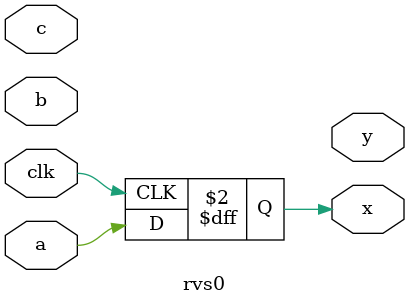
<source format=v>
module gld(input clk,a,b,output x) ;
    gld0 U0(.clk(clk),.a(a),.b(b),.c(1'b0),.x(x),.y());
endmodule // gld
module gld0(input clk,a,b,c,output reg x,y);
    always @(posedge clk) x <= a^c ;
    always @(posedge clk) y <= b ;
endmodule // gld0

module rvs(input clk,a,b,output x) ;
    rvs0 U0(.clk(clk),.a(a),.b(b),.c(1'b0),.x(x),.y());
endmodule // rvs
module rvs0(input clk,a,b,c,output reg x,y);
    always @(posedge clk) x <= a ;
endmodule // rvs0


</source>
